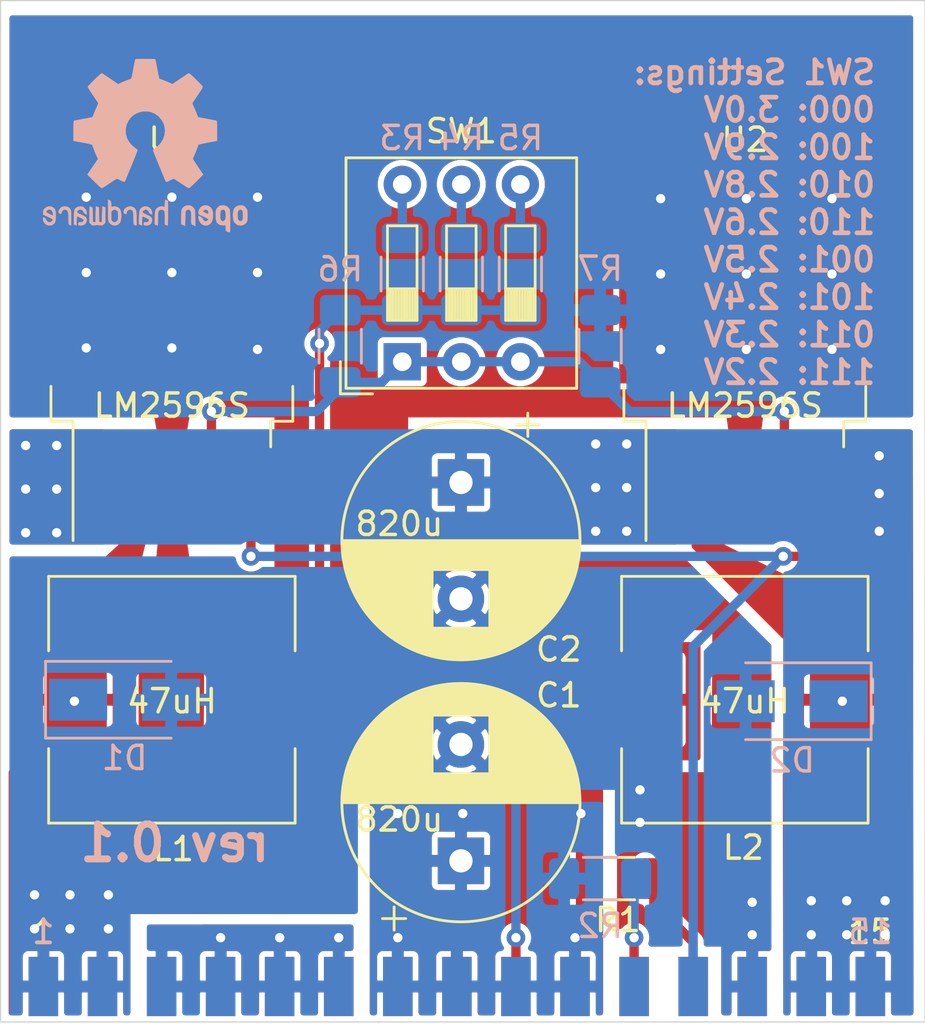
<source format=kicad_pcb>
(kicad_pcb (version 20171130) (host pcbnew 5.1.10)
  (title_block (title MMX-VRM) (date 2021-08-22) (rev 0.1) (company Necroware) (comment 1 "by Scorp"))
  (layers (0 F.Cu signal) (31 B.Cu signal) (34 B.Paste user) (35 F.Paste user) (36 B.SilkS user) (37 F.SilkS user) (38 B.Mask user) (39 F.Mask user) (44 Edge.Cuts user))
  (net 0 "")
  (net 1 GND)
  (net 2 +5V)
  (net 3 VCORE)
  (net 4 DISABLE)
  (net 5 +3.3V)
  (net 6 PWRGOOD)
  (net 7 "Net-(R4-Pad2)")
  (net 8 "Net-(R5-Pad2)")
  (net 9 "Net-(D1-Pad1)")
  (net 10 "Net-(D2-Pad1)")
  (net 11 FB)
  (net 12 SENSE)
  (net 13 "Net-(R3-Pad2)")
  (module Resistor_SMD:R_1206_3216Metric_Pad1.30x1.75mm_HandSolder (layer F.Cu) (at 139.192 96.774 180)
    (fp_text reference R1 (at 0 -1.778) (layer F.SilkS))
    (fp_text value 0)
    (pad 2 smd roundrect (at 1.55 0 180) (size 1.3 1.75) (layers F.Cu F.Paste F.Mask) (roundrect_rratio 0.192308) (net 3 VCORE))
    (pad 1 smd roundrect (at -1.55 0 180) (size 1.3 1.75) (layers F.Cu F.Paste F.Mask) (roundrect_rratio 0.192308) (net 12 SENSE))
  )
  (module Capacitor_THT:CP_Radial_D10.0mm_P5.00mm (layer F.Cu) (at 132.446 96.012 90)
    (fp_text reference C1 (at 7.112 4.206 180) (layer F.SilkS))
    (fp_text value 820u (at 1.778 -2.652 180) (layer F.SilkS))
    (pad 2 thru_hole circle (at 5 0 90) (size 2 2) (drill 1) (layers *.Cu *.Mask) (net 1 GND))
    (pad 1 thru_hole rect (at 0 0 90) (size 2 2) (drill 1) (layers *.Cu *.Mask) (net 3 VCORE))
  )
  (module Diode_SMD:D_SMA (layer B.Cu) (at 146.685 89.154 180)
    (fp_text reference D2 (at 0 -2.54) (layer B.SilkS) (effects (justify mirror)))
    (fp_text value 1N5820)
    (pad 2 smd rect (at 2 0 180) (size 2.5 1.8) (layers B.Cu B.Paste B.Mask) (net 1 GND))
    (pad 1 smd rect (at -2 0 180) (size 2.5 1.8) (layers B.Cu B.Paste B.Mask) (net 10 "Net-(D2-Pad1)"))
  )
  (module Diode_SMD:D_SMA (layer B.Cu) (at 117.983 89.0905)
    (fp_text reference D1 (at 0 2.5) (layer B.SilkS) (effects (justify mirror)))
    (fp_text value 1N5820)
    (pad 2 smd rect (at 2 0) (size 2.5 1.8) (layers B.Cu B.Paste B.Mask) (net 1 GND))
    (pad 1 smd rect (at -2 0) (size 2.5 1.8) (layers B.Cu B.Paste B.Mask) (net 9 "Net-(D1-Pad1)"))
  )
  (module Symbol:OSHW-Logo2_9.8x8mm_SilkScreen (layer B.Cu) (at 118.872 65.278 180)
    (fp_text reference REF** hide)
    (fp_text value OSHW-Logo2_9.8x8mm_SilkScreen hide)
  )
  (module Package_TO_SOT_SMD:TO-263-5_TabPin3 (layer F.Cu) (at 144.653 74.1775 90)
    (fp_text reference U2 (at 9.144 0 180) (layer F.SilkS))
    (fp_text value LM2596S (at -2.2765 0 180) (layer F.SilkS))
    (pad 3 smd rect (at 3.375 0 90) (size 9.4 10.8) (layers F.Cu F.Mask) (net 1 GND))
    (pad 5 smd rect (at -5.775 3.4 90) (size 4.6 1.1) (layers F.Cu F.Paste F.Mask) (net 4 DISABLE))
    (pad 4 smd rect (at -5.775 1.7 90) (size 4.6 1.1) (layers F.Cu F.Paste F.Mask) (net 11 FB))
    (pad 3 smd rect (at -5.775 0 90) (size 4.6 1.1) (layers F.Cu F.Paste F.Mask) (net 1 GND))
    (pad 2 smd rect (at -5.775 -1.7 90) (size 4.6 1.1) (layers F.Cu F.Paste F.Mask) (net 10 "Net-(D2-Pad1)"))
    (pad 1 smd rect (at -5.775 -3.4 90) (size 4.6 1.1) (layers F.Cu F.Paste F.Mask) (net 2 +5V))
  )
  (module Package_TO_SOT_SMD:TO-263-5_TabPin3 (layer F.Cu) (at 120.015 74.1775 90)
    (fp_text reference U1 (at 9.144 0 180) (layer F.SilkS))
    (fp_text value LM2596S (at -2.2765 0 180) (layer F.SilkS))
    (pad 3 smd rect (at 3.375 0 90) (size 9.4 10.8) (layers F.Cu F.Mask) (net 1 GND))
    (pad 5 smd rect (at -5.775 3.4 90) (size 4.6 1.1) (layers F.Cu F.Paste F.Mask) (net 4 DISABLE))
    (pad 4 smd rect (at -5.775 1.7 90) (size 4.6 1.1) (layers F.Cu F.Paste F.Mask) (net 11 FB))
    (pad 3 smd rect (at -5.775 0 90) (size 4.6 1.1) (layers F.Cu F.Paste F.Mask) (net 1 GND))
    (pad 2 smd rect (at -5.775 -1.7 90) (size 4.6 1.1) (layers F.Cu F.Paste F.Mask) (net 9 "Net-(D1-Pad1)"))
    (pad 1 smd rect (at -5.775 -3.4 90) (size 4.6 1.1) (layers F.Cu F.Paste F.Mask) (net 2 +5V))
  )
  (module Button_Switch_THT:SW_DIP_SPSTx03_Slide_9.78x9.8mm_W7.62mm_P2.54mm (layer F.Cu) (at 129.921 74.57 90)
    (fp_text reference SW1 (at 9.906 2.54 180) (layer F.SilkS))
    (fp_text value SW_DIP_x03)
    (pad 6 thru_hole oval (at 7.62 0 90) (size 1.6 1.6) (drill 0.8) (layers *.Cu *.Mask) (net 13 "Net-(R3-Pad2)"))
    (pad 3 thru_hole oval (at 0 5.08 90) (size 1.6 1.6) (drill 0.8) (layers *.Cu *.Mask) (net 11 FB))
    (pad 5 thru_hole oval (at 7.62 2.54 90) (size 1.6 1.6) (drill 0.8) (layers *.Cu *.Mask) (net 7 "Net-(R4-Pad2)"))
    (pad 2 thru_hole oval (at 0 2.54 90) (size 1.6 1.6) (drill 0.8) (layers *.Cu *.Mask) (net 11 FB))
    (pad 4 thru_hole oval (at 7.62 5.08 90) (size 1.6 1.6) (drill 0.8) (layers *.Cu *.Mask) (net 8 "Net-(R5-Pad2)"))
    (pad 1 thru_hole rect (at 0 0 90) (size 1.6 1.6) (drill 0.8) (layers *.Cu *.Mask) (net 11 FB))
  )
  (module Resistor_SMD:R_1206_3216Metric_Pad1.30x1.75mm_HandSolder (layer B.Cu) (at 138.43 73.9025 90)
    (fp_text reference R7 (at 3.328 0) (layer B.SilkS) (effects (justify mirror)))
    (fp_text value 1K)
    (pad 2 smd roundrect (at 1.55 0 90) (size 1.3 1.75) (layers B.Cu B.Paste B.Mask) (roundrect_rratio 0.1923076923076923) (net 1 GND))
    (pad 1 smd roundrect (at -1.55 0 90) (size 1.3 1.75) (layers B.Cu B.Paste B.Mask) (roundrect_rratio 0.1923076923076923) (net 11 FB))
  )
  (module Resistor_SMD:R_1206_3216Metric_Pad1.30x1.75mm_HandSolder (layer B.Cu) (at 127.254 73.9025 270)
    (fp_text reference R6 (at -3.302 0) (layer B.SilkS) (effects (justify mirror)))
    (fp_text value 1.5K)
    (pad 2 smd roundrect (at 1.55 0 270) (size 1.3 1.75) (layers B.Cu B.Paste B.Mask) (roundrect_rratio 0.1923076923076923) (net 11 FB))
    (pad 1 smd roundrect (at -1.55 0 270) (size 1.3 1.75) (layers B.Cu B.Paste B.Mask) (roundrect_rratio 0.1923076923076923) (net 3 VCORE))
  )
  (module Resistor_SMD:R_1206_3216Metric_Pad1.30x1.75mm_HandSolder (layer B.Cu) (at 135.001 70.8025 90)
    (fp_text reference R5 (at 5.842 0) (layer B.SilkS) (effects (justify mirror)))
    (fp_text value 3K)
    (pad 2 smd roundrect (at 1.55 0 90) (size 1.3 1.75) (layers B.Cu B.Paste B.Mask) (roundrect_rratio 0.1923076923076923) (net 8 "Net-(R5-Pad2)"))
    (pad 1 smd roundrect (at -1.55 0 90) (size 1.3 1.75) (layers B.Cu B.Paste B.Mask) (roundrect_rratio 0.1923076923076923) (net 3 VCORE))
  )
  (module Resistor_SMD:R_1206_3216Metric_Pad1.30x1.75mm_HandSolder (layer B.Cu) (at 132.461 70.8025 90)
    (fp_text reference R4 (at 5.842 0 180) (layer B.SilkS) (effects (justify mirror)))
    (fp_text value 7.5K)
    (pad 2 smd roundrect (at 1.55 0 90) (size 1.3 1.75) (layers B.Cu B.Paste B.Mask) (roundrect_rratio 0.1923076923076923) (net 7 "Net-(R4-Pad2)"))
    (pad 1 smd roundrect (at -1.55 0 90) (size 1.3 1.75) (layers B.Cu B.Paste B.Mask) (roundrect_rratio 0.1923076923076923) (net 3 VCORE))
  )
  (module Resistor_SMD:R_1206_3216Metric_Pad1.30x1.75mm_HandSolder (layer B.Cu) (at 129.921 70.8025 90)
    (fp_text reference R3 (at 5.842 0 180) (layer B.SilkS) (effects (justify mirror)))
    (fp_text value 15K)
    (pad 2 smd roundrect (at 1.55 0 90) (size 1.3 1.75) (layers B.Cu B.Paste B.Mask) (roundrect_rratio 0.1923076923076923) (net 13 "Net-(R3-Pad2)"))
    (pad 1 smd roundrect (at -1.55 0 90) (size 1.3 1.75) (layers B.Cu B.Paste B.Mask) (roundrect_rratio 0.1923076923076923) (net 3 VCORE))
  )
  (module Resistor_SMD:R_1206_3216Metric_Pad1.30x1.75mm_HandSolder (layer B.Cu) (at 138.43 96.774 180)
    (fp_text reference R2 (at 0 -2.032 180) (layer B.SilkS) (effects (justify mirror)))
    (fp_text value 1K)
    (pad 2 smd roundrect (at 1.55 0 180) (size 1.3 1.75) (layers B.Cu B.Paste B.Mask) (roundrect_rratio 0.1923076923076923) (net 3 VCORE))
    (pad 1 smd roundrect (at -1.55 0 180) (size 1.3 1.75) (layers B.Cu B.Paste B.Mask) (roundrect_rratio 0.1923076923076923) (net 6 PWRGOOD))
  )
  (module Inductor_SMD:L_10.4x10.4_H4.8 (layer F.Cu) (at 144.653 89.0905 180)
    (fp_text reference L2 (at 0.0635 -6.35) (layer F.SilkS))
    (fp_text value 47uH (at 0 -0.0635) (layer F.SilkS))
    (pad 2 smd rect (at 4.15 0 180) (size 2.7 3.6) (layers F.Cu F.Paste F.Mask) (net 3 VCORE))
    (pad 1 smd rect (at -4.15 0 180) (size 2.7 3.6) (layers F.Cu F.Paste F.Mask) (net 10 "Net-(D2-Pad1)"))
  )
  (module Inductor_SMD:L_10.4x10.4_H4.8 (layer F.Cu) (at 120.015 89.0905)
    (fp_text reference L1 (at 0.0635 6.4135) (layer F.SilkS))
    (fp_text value 47uH (at 0 0.0635) (layer F.SilkS))
    (pad 2 smd rect (at 4.15 0) (size 2.7 3.6) (layers F.Cu F.Paste F.Mask) (net 3 VCORE))
    (pad 1 smd rect (at -4.15 0) (size 2.7 3.6) (layers F.Cu F.Paste F.Mask) (net 9 "Net-(D1-Pad1)"))
  )
  (module mmx-vrm:EDGE_30-pin (layer F.Cu) (at 114.4905 100.1395)
    (fp_text reference J1 hide)
    (fp_text value Conn_02x15_Row_Letter_First)
    (pad b15 smd rect (at 35.56 1.27) (size 1.27 2.54) (layers B.Cu B.Paste B.Mask) (net 2 +5V))
    (pad b14 smd rect (at 33.02 1.27) (size 1.27 2.54) (layers B.Cu B.Paste B.Mask) (net 2 +5V))
    (pad b13 smd rect (at 30.48 1.27) (size 1.27 2.54) (layers B.Cu B.Paste B.Mask) (net 1 GND))
    (pad b12 smd rect (at 27.94 1.27) (size 1.27 2.54) (layers B.Cu B.Paste B.Mask) (net 4 DISABLE))
    (pad b11 smd rect (at 25.4 1.27) (size 1.27 2.54) (layers B.Cu B.Paste B.Mask))
    (pad b10 smd rect (at 22.86 1.27) (size 1.27 2.54) (layers B.Cu B.Paste B.Mask) (net 3 VCORE))
    (pad b9 smd rect (at 20.32 1.27) (size 1.27 2.54) (layers B.Cu B.Paste B.Mask) (net 3 VCORE))
    (pad b8 smd rect (at 17.78 1.27) (size 1.27 2.54) (layers B.Cu B.Paste B.Mask) (net 3 VCORE))
    (pad b7 smd rect (at 15.24 1.27) (size 1.27 2.54) (layers B.Cu B.Paste B.Mask) (net 3 VCORE))
    (pad b6 smd rect (at 12.7 1.27) (size 1.27 2.54) (layers B.Cu B.Paste B.Mask) (net 5 +3.3V))
    (pad b5 smd rect (at 10.16 1.27) (size 1.27 2.54) (layers B.Cu B.Paste B.Mask) (net 5 +3.3V))
    (pad b4 smd rect (at 7.62 1.27) (size 1.27 2.54) (layers B.Cu B.Paste B.Mask) (net 5 +3.3V))
    (pad b3 smd rect (at 5.08 1.27) (size 1.27 2.54) (layers B.Cu B.Paste B.Mask) (net 5 +3.3V))
    (pad b2 smd rect (at 2.54 1.27) (size 1.27 2.54) (layers B.Cu B.Paste B.Mask) (net 1 GND))
    (pad b1 smd rect (at 0 1.27) (size 1.27 2.54) (layers B.Cu B.Paste B.Mask) (net 1 GND))
    (pad a15 smd rect (at 35.56 1.27) (size 1.27 2.54) (layers F.Cu F.Paste F.Mask) (net 2 +5V))
    (pad a14 smd rect (at 33.02 1.27) (size 1.27 2.54) (layers F.Cu F.Paste F.Mask) (net 2 +5V))
    (pad a13 smd rect (at 30.48 1.27) (size 1.27 2.54) (layers F.Cu F.Paste F.Mask) (net 1 GND))
    (pad a12 smd rect (at 27.94 1.27) (size 1.27 2.54) (layers F.Cu F.Paste F.Mask) (net 12 SENSE))
    (pad a11 smd rect (at 25.4 1.27) (size 1.27 2.54) (layers F.Cu F.Paste F.Mask) (net 6 PWRGOOD))
    (pad a10 smd rect (at 22.86 1.27) (size 1.27 2.54) (layers F.Cu F.Paste F.Mask) (net 3 VCORE))
    (pad a9 smd rect (at 20.32 1.27) (size 1.27 2.54) (layers F.Cu F.Paste F.Mask) (net 1 GND))
    (pad a8 smd rect (at 17.78 1.27) (size 1.27 2.54) (layers F.Cu F.Paste F.Mask) (net 3 VCORE))
    (pad a7 smd rect (at 15.24 1.27) (size 1.27 2.54) (layers F.Cu F.Paste F.Mask) (net 3 VCORE))
    (pad a6 smd rect (at 12.7 1.27) (size 1.27 2.54) (layers F.Cu F.Paste F.Mask) (net 5 +3.3V))
    (pad a5 smd rect (at 10.16 1.27) (size 1.27 2.54) (layers F.Cu F.Paste F.Mask) (net 5 +3.3V))
    (pad a4 smd rect (at 7.62 1.27) (size 1.27 2.54) (layers F.Cu F.Paste F.Mask) (net 5 +3.3V))
    (pad a3 smd rect (at 5.08 1.27) (size 1.27 2.54) (layers F.Cu F.Paste F.Mask))
    (pad a2 smd rect (at 2.54 1.27) (size 1.27 2.54) (layers F.Cu F.Paste F.Mask) (net 1 GND))
    (pad a1 smd rect (at 0 1.27) (size 1.27 2.54) (layers F.Cu F.Paste F.Mask) (net 1 GND))
  )
  (module Capacitor_THT:CP_Radial_D10.0mm_P5.00mm (layer F.Cu) (at 132.446 79.756 270)
    (fp_text reference C2 (at 7.1755 -4.206 180) (layer F.SilkS))
    (fp_text value 820u (at 1.778 2.652 180) (layer F.SilkS))
    (pad 2 thru_hole circle (at 5 0 270) (size 2 2) (drill 1) (layers *.Cu *.Mask) (net 1 GND))
    (pad 1 thru_hole rect (at 0 0 270) (size 2 2) (drill 1) (layers *.Cu *.Mask) (net 2 +5V))
  )
  (gr_text "SW1 Settings:\n000: 3.0V\n100: 2.9V\n010: 2.8V\n110: 2.6V\n001: 2.5V\n101: 2.4V\n011: 2.3V\n111: 2.2V" (at 150.368 68.58) (layer B.SilkS) (effects (font (size 1 1) (thickness 0.2)) (justify left mirror)))
  (gr_text "rev 0.1" (at 120.142 95.25) (layer B.SilkS) (effects (font (size 1.5 1.5) (thickness 0.3)) (justify mirror)))
  (gr_text 15 (at 150.0505 99.06) (layer B.SilkS) (effects (font (size 1 1)) (justify mirror)))
  (gr_text 1 (at 114.4905 99.06) (layer B.SilkS) (effects (font (size 1 1)) (justify mirror)))
  (gr_text 15 (at 150.0505 99.06) (layer F.SilkS) (effects (font (size 1 1))))
  (gr_text 1 (at 114.4905 99.06) (layer F.SilkS) (effects (font (size 1 1))))
  (gr_line (start 151.3205 102.9335) (end 151.3205 102.9335) (layer Edge.Cuts) (width 0.05))
  (gr_line (start 152.4 59.055) (end 152.4 102.9335) (layer Edge.Cuts) (width 0.05))
  (gr_line (start 112.649 59.055) (end 152.4 59.055) (layer Edge.Cuts) (width 0.05))
  (gr_line (start 112.649 102.9335) (end 112.649 59.055) (layer Edge.Cuts) (width 0.05))
  (gr_line (start 152.4 102.9335) (end 112.649 102.9335) (layer Edge.Cuts) (width 0.05))
  (via micro (at 140.1445 92.964) (size 0.8) (drill 0.4) (layers F.Cu B.Cu) (net 1))
  (via micro (at 140.1445 94.361) (size 0.8) (drill 0.4) (layers F.Cu B.Cu) (net 1))
  (via micro (at 141.0335 74.041) (size 0.8) (drill 0.4) (layers F.Cu B.Cu) (net 1))
  (via micro (at 148.3995 70.8025) (size 0.8) (drill 0.4) (layers F.Cu B.Cu) (net 1))
  (via micro (at 144.7165 74.041) (size 0.8) (drill 0.4) (layers F.Cu B.Cu) (net 1))
  (via micro (at 144.7165 67.564) (size 0.8) (drill 0.4) (layers F.Cu B.Cu) (net 1))
  (via micro (at 148.3995 67.564) (size 0.8) (drill 0.4) (layers F.Cu B.Cu) (net 1))
  (via micro (at 148.3995 74.041) (size 0.8) (drill 0.4) (layers F.Cu B.Cu) (net 1))
  (via micro (at 144.7165 70.8025) (size 0.8) (drill 0.4) (layers F.Cu B.Cu) (net 1))
  (via micro (at 141.0335 67.564) (size 0.8) (drill 0.4) (layers F.Cu B.Cu) (net 1))
  (via micro (at 141.0335 70.8025) (size 0.8) (drill 0.4) (layers F.Cu B.Cu) (net 1))
  (via micro (at 123.698 74.041) (size 0.8) (drill 0.4) (layers F.Cu B.Cu) (net 1))
  (via micro (at 120.015 73.9775) (size 0.8) (drill 0.4) (layers F.Cu B.Cu) (net 1))
  (via micro (at 116.332 73.9775) (size 0.8) (drill 0.4) (layers F.Cu B.Cu) (net 1))
  (via micro (at 123.698 70.739) (size 0.8) (drill 0.4) (layers F.Cu B.Cu) (net 1))
  (via micro (at 120.015 70.739) (size 0.8) (drill 0.4) (layers F.Cu B.Cu) (net 1))
  (via micro (at 116.332 70.739) (size 0.8) (drill 0.4) (layers F.Cu B.Cu) (net 1))
  (via micro (at 123.698 67.5005) (size 0.8) (drill 0.4) (layers F.Cu B.Cu) (net 1))
  (via micro (at 120.015 67.5005) (size 0.8) (drill 0.4) (layers F.Cu B.Cu) (net 1))
  (via micro (at 116.332 67.5005) (size 0.8) (drill 0.4) (layers F.Cu B.Cu) (net 1))
  (via micro (at 115.6335 97.4725) (size 0.8) (drill 0.4) (layers F.Cu B.Cu) (net 1))
  (via micro (at 117.2845 98.933) (size 0.8) (drill 0.4) (layers F.Cu B.Cu) (net 1))
  (via micro (at 117.2845 97.4725) (size 0.8) (drill 0.4) (layers F.Cu B.Cu) (net 1))
  (via micro (at 114.1095 97.4725) (size 0.8) (drill 0.4) (layers F.Cu B.Cu) (net 1))
  (via micro (at 114.1095 98.933) (size 0.8) (drill 0.4) (layers F.Cu B.Cu) (net 1))
  (via micro (at 115.6335 98.933) (size 0.8) (drill 0.4) (layers F.Cu B.Cu) (net 1))
  (via micro (at 144.9705 97.79) (size 0.8) (drill 0.4) (layers F.Cu B.Cu) (net 1))
  (via micro (at 144.9705 99.187) (size 0.8) (drill 0.4) (layers F.Cu B.Cu) (net 1))
  (segment (start 120.015 79.9525) (end 120.015 73.914) (width 0.4) (layer F.Cu) (net 1))
  (segment (start 144.653 73.8505) (end 144.7165 73.787) (width 0.4) (layer F.Cu) (net 1))
  (segment (start 144.653 79.9525) (end 144.653 74.1045) (width 0.4) (layer F.Cu) (net 1))
  (segment (start 134.8105 99.314) (end 134.8105 101.4095) (width 0.4) (layer F.Cu) (net 1))
  (via micro (at 134.8105 99.314) (size 0.8) (drill 0.4) (layers F.Cu B.Cu) (net 1))
  (segment (start 134.8105 93.3765) (end 132.446 91.012) (width 0.4) (layer B.Cu) (net 1))
  (segment (start 134.8105 99.314) (end 134.8105 93.3765) (width 0.4) (layer B.Cu) (net 1))
  (via micro (at 150.4315 81.8515) (size 0.8) (drill 0.4) (layers F.Cu B.Cu) (net 2))
  (via micro (at 150.4315 78.613) (size 0.8) (drill 0.4) (layers F.Cu B.Cu) (net 2))
  (via micro (at 150.4315 80.23225) (size 0.8) (drill 0.4) (layers F.Cu B.Cu) (net 2))
  (via micro (at 147.5105 99.187) (size 0.8) (drill 0.4) (layers F.Cu B.Cu) (net 2))
  (via micro (at 147.5105 97.7265) (size 0.8) (drill 0.4) (layers F.Cu B.Cu) (net 2))
  (via micro (at 149.0345 99.187) (size 0.8) (drill 0.4) (layers F.Cu B.Cu) (net 2))
  (via micro (at 149.0345 97.7265) (size 0.8) (drill 0.4) (layers F.Cu B.Cu) (net 2))
  (via micro (at 150.6855 99.187) (size 0.8) (drill 0.4) (layers F.Cu B.Cu) (net 2))
  (via micro (at 150.6855 97.7265) (size 0.8) (drill 0.4) (layers F.Cu B.Cu) (net 2))
  (via micro (at 115.062 78.1685) (size 0.8) (drill 0.4) (layers F.Cu B.Cu) (net 2))
  (via micro (at 113.7285 80.04175) (size 0.8) (drill 0.4) (layers F.Cu B.Cu) (net 2))
  (via micro (at 115.062 80.04175) (size 0.8) (drill 0.4) (layers F.Cu B.Cu) (net 2))
  (via micro (at 113.7285 81.915) (size 0.8) (drill 0.4) (layers F.Cu B.Cu) (net 2))
  (via micro (at 115.062 81.915) (size 0.8) (drill 0.4) (layers F.Cu B.Cu) (net 2))
  (via micro (at 113.7285 78.1685) (size 0.8) (drill 0.4) (layers F.Cu B.Cu) (net 2))
  (via micro (at 138.2395 78.105) (size 0.8) (drill 0.4) (layers F.Cu B.Cu) (net 2))
  (via micro (at 138.2395 79.97825) (size 0.8) (drill 0.4) (layers F.Cu B.Cu) (net 2))
  (via micro (at 138.2395 81.8515) (size 0.8) (drill 0.4) (layers F.Cu B.Cu) (net 2))
  (via micro (at 139.573 78.105) (size 0.8) (drill 0.4) (layers F.Cu B.Cu) (net 2))
  (via micro (at 139.573 79.97825) (size 0.8) (drill 0.4) (layers F.Cu B.Cu) (net 2))
  (via micro (at 139.573 81.8515) (size 0.8) (drill 0.4) (layers F.Cu B.Cu) (net 2))
  (via micro (at 137.6045 93.98) (size 0.8) (drill 0.4) (layers F.Cu B.Cu) (net 3))
  (via micro (at 132.5245 93.98) (size 0.8) (drill 0.4) (layers F.Cu B.Cu) (net 3))
  (via micro (at 129.7305 93.98) (size 0.8) (drill 0.4) (layers F.Cu B.Cu) (net 3))
  (via micro (at 137.3505 99.314) (size 0.8) (drill 0.4) (layers F.Cu B.Cu) (net 3))
  (via micro (at 129.7305 99.314) (size 0.8) (drill 0.4) (layers F.Cu B.Cu) (net 3))
  (segment (start 126.365 87.376) (end 126.365 73.787) (width 0.4) (layer F.Cu) (net 3))
  (via micro (at 126.365 73.787) (size 0.8) (drill 0.4) (layers F.Cu B.Cu) (net 3))
  (segment (start 126.365 73.2415) (end 127.254 72.3525) (width 0.4) (layer B.Cu) (net 3))
  (segment (start 126.365 73.787) (end 126.365 73.2415) (width 0.4) (layer B.Cu) (net 3))
  (segment (start 127.254 72.3525) (end 135.001 72.3525) (width 0.4) (layer B.Cu) (net 3))
  (segment (start 148.053 82.6525) (end 147.7745 82.931) (width 0.4) (layer F.Cu) (net 4))
  (segment (start 147.7745 82.931) (end 146.304 82.931) (width 0.4) (layer F.Cu) (net 4))
  (segment (start 148.053 79.9525) (end 148.053 82.6525) (width 0.4) (layer F.Cu) (net 4))
  (via micro (at 146.304 82.931) (size 0.8) (drill 0.4) (layers F.Cu B.Cu) (net 4))
  (via micro (at 123.415 82.931) (size 0.8) (drill 0.4) (layers F.Cu B.Cu) (net 4))
  (segment (start 146.304 82.931) (end 123.415 82.931) (width 0.4) (layer B.Cu) (net 4))
  (segment (start 123.415 82.931) (end 123.415 79.9525) (width 0.4) (layer F.Cu) (net 4))
  (segment (start 142.4305 86.8045) (end 146.304 82.931) (width 0.4) (layer B.Cu) (net 4))
  (segment (start 142.4305 101.4095) (end 142.4305 86.8045) (width 0.4) (layer B.Cu) (net 4))
  (via micro (at 127.1905 99.314) (size 0.8) (drill 0.4) (layers F.Cu B.Cu) (net 5))
  (via micro (at 124.6505 99.314) (size 0.8) (drill 0.4) (layers F.Cu B.Cu) (net 5))
  (via micro (at 122.1105 99.314) (size 0.8) (drill 0.4) (layers F.Cu B.Cu) (net 5))
  (via micro (at 139.8905 99.314) (size 0.8) (drill 0.4) (layers F.Cu B.Cu) (net 6))
  (segment (start 139.8905 101.4095) (end 139.8905 99.314) (width 0.4) (layer F.Cu) (net 6))
  (segment (start 139.8905 96.774) (end 139.8905 99.314) (width 0.4) (layer B.Cu) (net 6))
  (segment (start 129.921 69.2525) (end 129.921 66.95) (width 0.4) (layer B.Cu) (net 13))
  (segment (start 132.461 69.2525) (end 132.461 66.95) (width 0.4) (layer B.Cu) (net 7))
  (segment (start 135.001 69.2525) (end 135.001 66.95) (width 0.4) (layer B.Cu) (net 8))
  (via micro (at 115.824 89.154) (size 0.8) (drill 0.4) (layers F.Cu B.Cu) (net 9))
  (segment (start 118.315 83.869) (end 117.094 85.09) (width 0.4) (layer F.Cu) (net 9))
  (segment (start 118.315 79.9525) (end 118.315 83.869) (width 0.4) (layer F.Cu) (net 9))
  (via micro (at 148.844 89.154) (size 0.8) (drill 0.4) (layers F.Cu B.Cu) (net 10))
  (segment (start 142.953 79.9525) (end 142.953 81.993) (width 0.4) (layer F.Cu) (net 10))
  (segment (start 142.953 79.9525) (end 142.953 82.374) (width 0.4) (layer F.Cu) (net 10))
  (via micro (at 121.715 76.708) (size 0.8) (drill 0.4) (layers F.Cu B.Cu) (net 11))
  (segment (start 121.715 79.9525) (end 121.715 76.820494) (width 0.4) (layer F.Cu) (net 11))
  (via micro (at 146.353 76.708) (size 0.8) (drill 0.4) (layers F.Cu B.Cu) (net 11))
  (segment (start 146.353 79.9525) (end 146.353 76.708) (width 0.4) (layer F.Cu) (net 11))
  (segment (start 126.238 76.708) (end 121.715 76.708) (width 0.4) (layer B.Cu) (net 11))
  (segment (start 127.254 75.692) (end 126.238 76.708) (width 0.4) (layer B.Cu) (net 11))
  (segment (start 129.0385 75.4525) (end 129.921 74.57) (width 0.4) (layer B.Cu) (net 11))
  (segment (start 127.254 75.4525) (end 129.0385 75.4525) (width 0.4) (layer B.Cu) (net 11))
  (segment (start 129.921 74.57) (end 135.001 74.57) (width 0.4) (layer B.Cu) (net 11))
  (segment (start 137.5475 74.57) (end 138.43 75.4525) (width 0.4) (layer B.Cu) (net 11))
  (segment (start 135.001 74.57) (end 137.5475 74.57) (width 0.4) (layer B.Cu) (net 11))
  (segment (start 139.7 76.708) (end 146.353 76.708) (width 0.4) (layer B.Cu) (net 11))
  (segment (start 138.43 75.438) (end 139.7 76.708) (width 0.4) (layer B.Cu) (net 11))
  (segment (start 140.742 97.816) (end 140.742 96.774) (width 0.4) (layer F.Cu) (net 12))
  (segment (start 142.4305 99.5045) (end 140.742 97.816) (width 0.4) (layer F.Cu) (net 12))
  (segment (start 142.4305 101.4095) (end 142.4305 99.5045) (width 0.4) (layer F.Cu) (net 12))
  (zone (net 5) (net_name +3.3V) (layer B.Cu) (connect_pads (clearance 0.254)) (min_thickness 0.254) (fill yes (arc_segments 32) (thermal_gap 0.254) (thermal_bridge_width 0.508))
    (polygon (pts (xy 127.8255 102.9335) (xy 118.9355 102.9335) (xy 118.9355 98.7425) (xy 127.8255 98.7425)))
  )
  (zone (net 5) (net_name +3.3V) (layer F.Cu) (connect_pads (clearance 0.254)) (min_thickness 0.254) (fill yes (arc_segments 32) (thermal_gap 0.254) (thermal_bridge_width 0.508))
    (polygon (pts (xy 127.8255 102.9335) (xy 121.2215 102.9335) (xy 121.2215 98.7425) (xy 127.8255 98.7425)))
  )
  (zone (net 3) (net_name VCORE) (layer B.Cu) (connect_pads (clearance 0.254)) (min_thickness 0.254) (fill yes (arc_segments 32) (thermal_gap 0.254) (thermal_bridge_width 0.508))
    (polygon (pts (xy 138.557 103.02875) (xy 128.524 102.9335) (xy 128.524 93.472) (xy 138.557 93.472)))
  )
  (zone (net 10) (net_name "Net-(D2-Pad1)") (layer F.Cu) (connect_pads (clearance 0.254)) (min_thickness 0.254) (fill yes (arc_segments 32) (thermal_gap 0.254) (thermal_bridge_width 0.508))
    (polygon (pts (xy 150.876 91.821) (xy 146.304 91.821) (xy 146.304 86.36) (xy 150.876 86.36)))
  )
  (zone (net 10) (net_name "Net-(D2-Pad1)") (layer F.Cu) (connect_pads thru_hole_only (clearance 0.254)) (min_thickness 0.254) (fill yes (arc_segments 32) (thermal_gap 0.254) (thermal_bridge_width 0.508))
    (polygon (pts (xy 150.876 85.94725) (xy 150.876 86.51875) (xy 146.304 86.487) (xy 142.367 82.55) (xy 142.367 81.9785) (xy 143.51 81.9785) (xy 143.51 82.296)))
  )
  (zone (net 2) (net_name +5V) (layer B.Cu) (connect_pads (clearance 0.254)) (min_thickness 0.254) (fill yes (arc_segments 32) (thermal_gap 0.254) (thermal_bridge_width 0.508))
    (polygon (pts (xy 151.908208 102.87) (xy 146.304 102.87) (xy 146.304 82.423) (xy 113.03 82.423) (xy 113.03 77.47) (xy 151.875792 77.47)))
  )
  (zone (net 9) (net_name "Net-(D1-Pad1)") (layer F.Cu) (connect_pads (clearance 0.254)) (min_thickness 0.254) (fill yes (arc_segments 32) (thermal_gap 0.254) (thermal_bridge_width 0.508))
    (polygon (pts (xy 117.983 91.6305) (xy 113.792 91.6305) (xy 113.792 86.5505) (xy 117.983 86.5505)))
  )
  (zone (net 9) (net_name "Net-(D1-Pad1)") (layer F.Cu) (connect_pads thru_hole_only (clearance 0.254)) (min_thickness 0.254) (fill yes (arc_segments 32) (thermal_gap 0.254) (thermal_bridge_width 0.508))
    (polygon (pts (xy 118.872 82.423) (xy 117.983 86.0425) (xy 117.983 86.995) (xy 113.792 86.995) (xy 113.792 86.0425) (xy 117.729 82.423) (xy 117.729 82.042) (xy 118.872 82.042)))
  )
  (zone (net 2) (net_name +5V) (layer F.Cu) (connect_pads (clearance 0.254)) (min_thickness 0.254) (fill yes (arc_segments 32) (thermal_gap 0.254) (thermal_bridge_width 0.508))
    (polygon (pts (xy 151.905247 102.870003) (xy 146.304 102.870037) (xy 146.282977 92.201974) (xy 151.257 92.202026) (xy 151.257 85.5345) (xy 149.098 84.3915) (xy 149.098 77.47) (xy 151.878753 77.469998)))
  )
  (zone (net 2) (net_name +5V) (layer F.Cu) (connect_pads thru_hole_only (clearance 0.254)) (min_thickness 0.254) (fill yes (arc_segments 32) (thermal_gap 0.508) (thermal_bridge_width 0.508))
    (polygon (pts (xy 141.7955 82.423) (xy 130.4925 82.423) (xy 130.4925 77.47) (xy 141.7955 77.47)))
  )
  (zone (net 2) (net_name +5V) (layer F.Cu) (connect_pads thru_hole_only (clearance 0.254)) (min_thickness 0.254) (fill yes (arc_segments 32) (thermal_gap 0.508) (thermal_bridge_width 0.508))
    (polygon (pts (xy 117.1575 82.423) (xy 113.03 82.423) (xy 113.03 77.47) (xy 117.1575 77.47)))
  )
  (zone (net 3) (net_name VCORE) (layer F.Cu) (connect_pads (clearance 0.254)) (min_thickness 0.254) (fill yes (arc_segments 32) (thermal_gap 0.254) (thermal_bridge_width 0.508))
    (polygon (pts (xy 142.748 91.694) (xy 138.557 91.694) (xy 138.557 102.87) (xy 128.524 102.87) (xy 128.524 91.694) (xy 121.92 91.694) (xy 121.92 86.614) (xy 142.748 86.614)))
  )
  (zone (net 1) (net_name GND) (layer F.Cu) (connect_pads (clearance 0.254)) (min_thickness 0.254) (fill yes (arc_segments 32) (thermal_gap 0.254) (thermal_bridge_width 0.508))
    (polygon (pts (xy 151.892 76.962) (xy 113.03 76.962) (xy 113.03 59.69) (xy 151.892 59.69)))
  )
  (zone (net 1) (net_name GND) (layer F.Cu) (connect_pads thru_hole_only (clearance 0.254)) (min_thickness 0.254) (fill yes (arc_segments 32) (thermal_gap 0.254) (thermal_bridge_width 0.508))
    (polygon (pts (xy 145.161 78.994) (xy 144.145 78.994) (xy 143.764 76.2) (xy 145.542 76.2)))
  )
  (zone (net 1) (net_name GND) (layer F.Cu) (connect_pads thru_hole_only (clearance 0.254)) (min_thickness 0.254) (fill yes (arc_segments 32) (thermal_gap 0.254) (thermal_bridge_width 0.508))
    (polygon (pts (xy 120.523 78.359) (xy 119.507 78.359) (xy 119.126 76.2) (xy 120.904 76.2)))
  )
  (zone (net 1) (net_name GND) (layer F.Cu) (connect_pads (clearance 0.254)) (min_thickness 0.254) (fill yes (arc_segments 32) (thermal_gap 0.254) (thermal_bridge_width 0.508))
    (polygon (pts (xy 145.796 86.741) (xy 145.796 102.87) (xy 143.637 102.87) (xy 143.637 99.695) (xy 139.158005 99.695) (xy 139.158005 92.202) (xy 143.222005 92.202) (xy 143.256 86.106) (xy 121.412 86.106) (xy 121.378005 92.202) (xy 127.982005 92.202) (xy 127.982005 98.298) (xy 118.203005 98.298) (xy 118.203005 102.87) (xy 112.996005 102.87) (xy 112.996005 92.075) (xy 118.584005 92.075) (xy 118.584005 86.741) (xy 119.346005 83.439) (xy 124.426005 83.439) (xy 124.426005 76.708) (xy 130.175 76.708) (xy 130.175 82.931) (xy 141.986 82.931)))
  )
  (zone (net 1) (net_name GND) (layer F.Cu) (connect_pads thru_hole_only (clearance 0.254)) (min_thickness 0.254) (fill yes (arc_segments 32) (thermal_gap 0.254) (thermal_bridge_width 0.508))
    (polygon (pts (xy 119.507 81.28) (xy 120.523 81.28) (xy 120.904 83.947) (xy 119.253 83.947)))
  )
  (zone (net 1) (net_name GND) (layer B.Cu) (connect_pads (clearance 0.254)) (min_thickness 0.254) (fill yes (arc_segments 32) (thermal_gap 0.254) (thermal_bridge_width 0.508))
    (polygon (pts (xy 145.796 86.741) (xy 145.796 102.87) (xy 143.637 102.87) (xy 143.637 99.695) (xy 139.065 99.695) (xy 139.065 92.964) (xy 128.016 92.964) (xy 128.016 98.298) (xy 118.237 98.298) (xy 118.237 102.87) (xy 113.03 102.87) (xy 113.03 82.931) (xy 141.986 82.931)))
  )
  (zone (net 1) (net_name GND) (layer B.Cu) (connect_pads (clearance 0.254)) (min_thickness 0.254) (fill yes (arc_segments 32) (thermal_gap 0.254) (thermal_bridge_width 0.508))
    (polygon (pts (xy 151.892 76.962) (xy 113.03 76.962) (xy 113.03 59.69) (xy 151.892 59.69)))
  )
)
</source>
